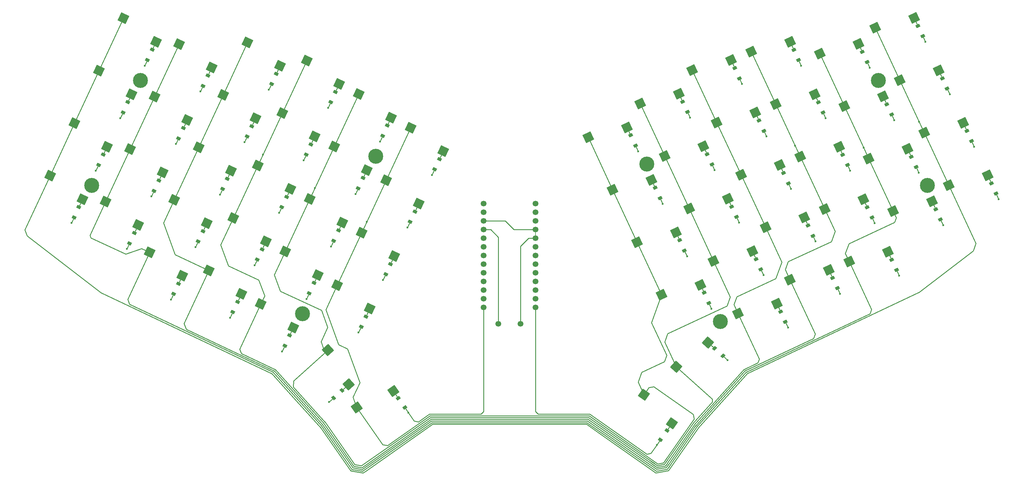
<source format=gbl>
%TF.GenerationSoftware,KiCad,Pcbnew,8.0.7*%
%TF.CreationDate,2024-12-23T04:42:48-05:00*%
%TF.ProjectId,choc,63686f63-2e6b-4696-9361-645f70636258,v1.0.0*%
%TF.SameCoordinates,Original*%
%TF.FileFunction,Copper,L2,Bot*%
%TF.FilePolarity,Positive*%
%FSLAX46Y46*%
G04 Gerber Fmt 4.6, Leading zero omitted, Abs format (unit mm)*
G04 Created by KiCad (PCBNEW 8.0.7) date 2024-12-23 04:42:48*
%MOMM*%
%LPD*%
G01*
G04 APERTURE LIST*
G04 Aperture macros list*
%AMRotRect*
0 Rectangle, with rotation*
0 The origin of the aperture is its center*
0 $1 length*
0 $2 width*
0 $3 Rotation angle, in degrees counterclockwise*
0 Add horizontal line*
21,1,$1,$2,0,0,$3*%
G04 Aperture macros list end*
%TA.AperFunction,Conductor*%
%ADD10C,0.200000*%
%TD*%
%TA.AperFunction,ComponentPad*%
%ADD11C,0.600000*%
%TD*%
%TA.AperFunction,ComponentPad*%
%ADD12C,0.700000*%
%TD*%
%TA.AperFunction,ComponentPad*%
%ADD13C,4.400000*%
%TD*%
%TA.AperFunction,ComponentPad*%
%ADD14C,1.700000*%
%TD*%
%TA.AperFunction,SMDPad,CuDef*%
%ADD15RotRect,2.600000X2.600000X25.000000*%
%TD*%
%TA.AperFunction,SMDPad,CuDef*%
%ADD16RotRect,0.900000X1.200000X115.000000*%
%TD*%
%TA.AperFunction,SMDPad,CuDef*%
%ADD17RotRect,0.900000X1.200000X65.000000*%
%TD*%
%TA.AperFunction,SMDPad,CuDef*%
%ADD18RotRect,2.600000X2.600000X335.000000*%
%TD*%
%TA.AperFunction,SMDPad,CuDef*%
%ADD19RotRect,0.900000X1.200000X138.000000*%
%TD*%
%TA.AperFunction,SMDPad,CuDef*%
%ADD20RotRect,0.900000X1.200000X55.000000*%
%TD*%
%TA.AperFunction,SMDPad,CuDef*%
%ADD21RotRect,0.900000X1.200000X42.000000*%
%TD*%
%TA.AperFunction,SMDPad,CuDef*%
%ADD22RotRect,2.600000X2.600000X325.000000*%
%TD*%
%TA.AperFunction,SMDPad,CuDef*%
%ADD23RotRect,2.600000X2.600000X48.000000*%
%TD*%
%TA.AperFunction,SMDPad,CuDef*%
%ADD24RotRect,0.900000X1.200000X125.000000*%
%TD*%
%TA.AperFunction,SMDPad,CuDef*%
%ADD25RotRect,2.600000X2.600000X35.000000*%
%TD*%
%TA.AperFunction,SMDPad,CuDef*%
%ADD26RotRect,2.600000X2.600000X312.000000*%
%TD*%
%TA.AperFunction,Conductor*%
%ADD27C,0.250000*%
%TD*%
G04 APERTURE END LIST*
D10*
X258982598Y-218492015D02*
X258572598Y-219132015D01*
X258642598Y-219012015D02*
X258982598Y-218492015D01*
D11*
X257262276Y-141947846D03*
X151848323Y-129196381D03*
X167993293Y-179756645D03*
X271631297Y-172762313D03*
D12*
X272694739Y-177231620D03*
X272639655Y-175969968D03*
X273625817Y-178084794D03*
X274887469Y-178029710D03*
D13*
X274190149Y-176534300D03*
D12*
X273492829Y-175038890D03*
X274754481Y-174983806D03*
X275740643Y-177098632D03*
X275685559Y-175836980D03*
D11*
X334392485Y-94395975D03*
X332588307Y-117856521D03*
X159332066Y-200174575D03*
X326699882Y-163082388D03*
X127293721Y-139262256D03*
X287776264Y-122202046D03*
X309329799Y-168423748D03*
X305146351Y-116860691D03*
X182626949Y-203291502D03*
X272519269Y-132074946D03*
D14*
X219932598Y-141892014D03*
X219932597Y-144432014D03*
X219932599Y-146972014D03*
X219932598Y-149512014D03*
X219932598Y-152052016D03*
X219932598Y-154592014D03*
X219932595Y-157132013D03*
X219932598Y-159672016D03*
X219932599Y-162212015D03*
X219932599Y-164752015D03*
X219932598Y-167292015D03*
X219932598Y-169832017D03*
X219932598Y-172372014D03*
X204692598Y-172372016D03*
X204692599Y-169832016D03*
X204692597Y-167292016D03*
X204692598Y-164752016D03*
X204692598Y-162212014D03*
X204692598Y-159672016D03*
X204692601Y-157132017D03*
X204692598Y-154592014D03*
X204692597Y-152052015D03*
X204692597Y-149512015D03*
X204692598Y-146972015D03*
X204692598Y-144432013D03*
X204692598Y-141892016D03*
D11*
X276367242Y-187875524D03*
X325263457Y-117410332D03*
D14*
X209062591Y-177227013D03*
X215562591Y-177227017D03*
D11*
X107176622Y-139811893D03*
X144663811Y-144603617D03*
X145551785Y-185290978D03*
X355946020Y-140617671D03*
D12*
X319142390Y-106472409D03*
X319087306Y-105210757D03*
X320073468Y-107325583D03*
X321335120Y-107270499D03*
D13*
X320637800Y-105775089D03*
D12*
X319940480Y-104279679D03*
X321202132Y-104224595D03*
X322188294Y-106339421D03*
X322133210Y-105077769D03*
D11*
X155158298Y-137360120D03*
X250077766Y-126540613D03*
X167105317Y-139069277D03*
X90863079Y-132204768D03*
X114361129Y-124404664D03*
D12*
X102491981Y-105077766D03*
X102436898Y-106339418D03*
X103423059Y-104224593D03*
X104684711Y-104279676D03*
D13*
X103987391Y-105775086D03*
D12*
X103290071Y-107270496D03*
X104551723Y-107325579D03*
X105537884Y-105210754D03*
X105482801Y-106472406D03*
D11*
X130294792Y-175418077D03*
X339632477Y-148224797D03*
X312330863Y-132267920D03*
X141662746Y-108447792D03*
X319515372Y-147675154D03*
X294960780Y-137609282D03*
X279703781Y-147482180D03*
D12*
X149996175Y-173571213D03*
X149941092Y-174832865D03*
X150927253Y-172718040D03*
X152188905Y-172773123D03*
D13*
X151491585Y-174268533D03*
D12*
X150794265Y-175763943D03*
X152055917Y-175819026D03*
X153042078Y-173704201D03*
X152986995Y-174965853D03*
D11*
X318078943Y-102003103D03*
D12*
X88122959Y-135892232D03*
X88067876Y-137153884D03*
X89054037Y-135039059D03*
X90315689Y-135094142D03*
D13*
X89618369Y-136589552D03*
D12*
X88921049Y-138084962D03*
X90182701Y-138140045D03*
X91168862Y-136025220D03*
X91113779Y-137286872D03*
D11*
X134478233Y-123855024D03*
X120109212Y-154669485D03*
D12*
X171549704Y-127349515D03*
X171494621Y-128611167D03*
X172480782Y-126496342D03*
X173742434Y-126551425D03*
D13*
X173045114Y-128046835D03*
D12*
X172347794Y-129542245D03*
X173609446Y-129597328D03*
X174595607Y-127482503D03*
X174540524Y-128744155D03*
D11*
X98047588Y-116797535D03*
X280591753Y-106794816D03*
X255555207Y-212784189D03*
X99992106Y-155219129D03*
X294072802Y-178296643D03*
X105232097Y-101390308D03*
X316274760Y-125463652D03*
X297961840Y-101453457D03*
X189546819Y-133534949D03*
X137479302Y-160010850D03*
X341576997Y-109803206D03*
X152736291Y-169883749D03*
D12*
X251141208Y-131009920D03*
X251086124Y-129748268D03*
X252072286Y-131863094D03*
X253333938Y-131808010D03*
D13*
X252636618Y-130312600D03*
D12*
X251939298Y-128817190D03*
X253200950Y-128762106D03*
X254187112Y-130876932D03*
X254132028Y-129615280D03*
D11*
X332447966Y-132817567D03*
X121545642Y-108997430D03*
X296157662Y-124914013D03*
X302145291Y-153016515D03*
X159920804Y-154476514D03*
X348761504Y-125210436D03*
X182362310Y-148942182D03*
X286888290Y-162889410D03*
X264446790Y-157355081D03*
X139901301Y-127487220D03*
X265334762Y-116667713D03*
D12*
X333511411Y-137286872D03*
X333456327Y-136025220D03*
X334442489Y-138140046D03*
X335704141Y-138084962D03*
D13*
X335006821Y-136589552D03*
D12*
X334309501Y-135094142D03*
X335571153Y-135039058D03*
X336557315Y-137153884D03*
X336502231Y-135892232D03*
D11*
X83678565Y-147612006D03*
X159032828Y-113789150D03*
X112924701Y-170076719D03*
X174289826Y-123662046D03*
X170415290Y-147233013D03*
X175177801Y-164349411D03*
D15*
X257846357Y-127938426D03*
X269243974Y-125051062D03*
D16*
X293290956Y-176619976D03*
X291896316Y-173629156D03*
X347979662Y-123533766D03*
X346585022Y-120542946D03*
X286106447Y-161212747D03*
X284711807Y-158221927D03*
D15*
X324959566Y-144088273D03*
X336357183Y-141200909D03*
X283288931Y-97316940D03*
X294686548Y-94429576D03*
D17*
X138261142Y-158334178D03*
X139655782Y-155343358D03*
D15*
X265030873Y-143345659D03*
X276428490Y-140458295D03*
X242589365Y-137811325D03*
X253986982Y-134923961D03*
D18*
X168914991Y-150450408D03*
X178453086Y-157325526D03*
D16*
X286994421Y-120525385D03*
X285599781Y-117534565D03*
X308547950Y-166747080D03*
X307153310Y-163756260D03*
D15*
X265918848Y-102658298D03*
X277316465Y-99770934D03*
D17*
X146333625Y-183614312D03*
X147728265Y-180623492D03*
D18*
X106661901Y-156177717D03*
X116199996Y-163052835D03*
D15*
X312026975Y-158945869D03*
X323424592Y-156058505D03*
D18*
X152770025Y-99890148D03*
X162308120Y-106765266D03*
X183284016Y-119635949D03*
X192822111Y-126511067D03*
D16*
X355164175Y-138940999D03*
X353769535Y-135950179D03*
X338850635Y-146548130D03*
X337455995Y-143557310D03*
D15*
X297657954Y-128131400D03*
X309055571Y-125244036D03*
D18*
X84600271Y-118305768D03*
X94138366Y-125180886D03*
X121030923Y-125363249D03*
X130569018Y-132238367D03*
D15*
X280287863Y-133472765D03*
X291685480Y-130585401D03*
D17*
X153518143Y-168207080D03*
X154912783Y-165216260D03*
D15*
X250661850Y-112531197D03*
X262059467Y-109643833D03*
D18*
X138401001Y-130704615D03*
X147939096Y-137579733D03*
D17*
X107958464Y-138135230D03*
X109353104Y-135144410D03*
D18*
X124031986Y-161519078D03*
X133570081Y-168394196D03*
X93729303Y-141320127D03*
X103267398Y-148195245D03*
D17*
X142444587Y-106771126D03*
X143839227Y-103780306D03*
X128075564Y-137585591D03*
X129470204Y-134594771D03*
D18*
X128215433Y-109956019D03*
X137753528Y-116831137D03*
X77415766Y-133712995D03*
X86953861Y-140588113D03*
D16*
X297179992Y-99776789D03*
X295785352Y-96785969D03*
D17*
X145445652Y-142926950D03*
X146840292Y-139936130D03*
X167887160Y-137392610D03*
X169281800Y-134401790D03*
X168775133Y-178079974D03*
X170169773Y-175089154D03*
X190328665Y-131858280D03*
X191723305Y-128867460D03*
D18*
X139288983Y-171391978D03*
X148827078Y-178267096D03*
D16*
X279809910Y-105118152D03*
X278415270Y-102127332D03*
D18*
X153657999Y-140577512D03*
X163196094Y-147452630D03*
X91784788Y-102898534D03*
X101322883Y-109773652D03*
X146473492Y-155984749D03*
X156011587Y-162859867D03*
D16*
X340795151Y-108126541D03*
X339400511Y-105135721D03*
X249295924Y-124863948D03*
X247901284Y-121873128D03*
X333610642Y-92719305D03*
X332216002Y-89728485D03*
D19*
X274992429Y-186637637D03*
X272540049Y-184429505D03*
D15*
X256958386Y-168625790D03*
X268356003Y-165738426D03*
X341273106Y-136481153D03*
X352670723Y-133593789D03*
X319719580Y-90259452D03*
X331117197Y-87372088D03*
D18*
X160842511Y-125170276D03*
X170380606Y-132045394D03*
D16*
X271737429Y-130398279D03*
X270342789Y-127407459D03*
X331666121Y-131140898D03*
X330271481Y-128150078D03*
D15*
X326904086Y-105666688D03*
X338301703Y-102779324D03*
X279399899Y-174160124D03*
X290797516Y-171272760D03*
X317775062Y-128681045D03*
X329172679Y-125793681D03*
D20*
X256616324Y-211268761D03*
X258509126Y-208565561D03*
D18*
X100913817Y-125912895D03*
X110451912Y-132788013D03*
D17*
X115142979Y-122727999D03*
X116537619Y-119737179D03*
X98829435Y-115120868D03*
X100224075Y-112130048D03*
D16*
X256480429Y-140271180D03*
X255085789Y-137280360D03*
D21*
X160706879Y-198936684D03*
X163159261Y-196728552D03*
D15*
X303406037Y-97866578D03*
X314803654Y-94979214D03*
D16*
X311549015Y-130591255D03*
X310154375Y-127600435D03*
X318733530Y-145998490D03*
X317338890Y-143007670D03*
D17*
X175071672Y-121985379D03*
X176466312Y-118994559D03*
D22*
X251801091Y-198008821D03*
X260000426Y-206435763D03*
D15*
X249773880Y-153218560D03*
X261171497Y-150331196D03*
D17*
X135260077Y-122178356D03*
X136654717Y-119187536D03*
D16*
X278921939Y-145805511D03*
X277527299Y-142814691D03*
D17*
X159814675Y-112112481D03*
X161209315Y-109121661D03*
X152630160Y-127519714D03*
X154024800Y-124528894D03*
X120891051Y-152992826D03*
X122285691Y-150002006D03*
D15*
X235404854Y-122404094D03*
X246802471Y-119516730D03*
D18*
X98969294Y-87491300D03*
X108507389Y-94366418D03*
D17*
X122327484Y-107320765D03*
X123722124Y-104329945D03*
D15*
X294656889Y-164287226D03*
X306054506Y-161399862D03*
D17*
X113706546Y-168400054D03*
X115101186Y-165409234D03*
D16*
X317297103Y-100326431D03*
X315902463Y-97335611D03*
D18*
X108098324Y-110505662D03*
X117636419Y-117380780D03*
D15*
X290473447Y-112724175D03*
X301871064Y-109836811D03*
D16*
X324481613Y-115733668D03*
X323086973Y-112742848D03*
D18*
X168027018Y-109763044D03*
X177565113Y-116638162D03*
D15*
X287472380Y-148879994D03*
X298869997Y-145992630D03*
D18*
X131216499Y-146111843D03*
X140754594Y-152986961D03*
D15*
X334088600Y-121073914D03*
X345486217Y-118186550D03*
D16*
X270849452Y-171085646D03*
X269454812Y-168094826D03*
D23*
X261244492Y-189801000D03*
X270607873Y-182689764D03*
D15*
X304842464Y-143538638D03*
X316240081Y-140651274D03*
D16*
X301363440Y-151339850D03*
X299968800Y-148349030D03*
D17*
X160702649Y-152799847D03*
X162097289Y-149809027D03*
X131076633Y-173741411D03*
X132471273Y-170750591D03*
D24*
X181565836Y-201776072D03*
X179673030Y-199072870D03*
D17*
X175959643Y-162672742D03*
X177354283Y-159681922D03*
D16*
X264552916Y-114991048D03*
X263158276Y-112000228D03*
D18*
X135399942Y-94548788D03*
X144938037Y-101423906D03*
D16*
X304364507Y-115184027D03*
X302969867Y-112193207D03*
D25*
X167458660Y-201765751D03*
X178181732Y-196943077D03*
D16*
X263664946Y-155678411D03*
X262270306Y-152687591D03*
X294178931Y-135932618D03*
X292784291Y-132941798D03*
D18*
X115282837Y-95098429D03*
X124820932Y-101973547D03*
D17*
X91644921Y-130528101D03*
X93039561Y-127537281D03*
D15*
X272215383Y-158752890D03*
X283613000Y-155865526D03*
D16*
X325918036Y-161405721D03*
X324523396Y-158414901D03*
D17*
X100773954Y-153542463D03*
X102168594Y-150551643D03*
X183144151Y-147265507D03*
X184538791Y-144274687D03*
D18*
X145585520Y-115297383D03*
X155123615Y-122172501D03*
D17*
X106013945Y-99713641D03*
X107408585Y-96722821D03*
D15*
X273103358Y-118065529D03*
X284500975Y-115178165D03*
D18*
X176099502Y-135043174D03*
X185637597Y-141918292D03*
X113846412Y-140770485D03*
X123384507Y-147645603D03*
D15*
X310590545Y-113273812D03*
X321988162Y-110386448D03*
D18*
X161730480Y-165857641D03*
X171268575Y-172732759D03*
D17*
X84460412Y-145935336D03*
X85855052Y-142944516D03*
D26*
X158997894Y-184933403D03*
X165091437Y-194988811D03*
D27*
X267846419Y-207613375D02*
X267845876Y-207613409D01*
X142580844Y-191844360D02*
X142581213Y-191845393D01*
X281980263Y-191916160D02*
X267846419Y-207613375D01*
X255261522Y-220971374D02*
X258947634Y-220321409D01*
X92510814Y-168149287D02*
X142580844Y-191844360D01*
X238473968Y-209216604D02*
X234889350Y-206706631D01*
X282045332Y-191843895D02*
X281980263Y-191916160D01*
X84600273Y-118305766D02*
X77415768Y-133712993D01*
X189735821Y-206706631D02*
X234884390Y-206706632D01*
X170235914Y-220360626D02*
X189735818Y-206706643D01*
X149360915Y-199364522D02*
X156750109Y-207571051D01*
X77415768Y-133712993D02*
X77415768Y-133712995D01*
X165724236Y-220387224D02*
X165581042Y-220182937D01*
X91784788Y-102898533D02*
X84600279Y-118305764D01*
X92344348Y-168070514D02*
X92510814Y-168149287D01*
X254381901Y-220355464D02*
X255261522Y-220971374D01*
X77415767Y-133712998D02*
X70001704Y-149612515D01*
X341273105Y-136481153D02*
X349239856Y-153565908D01*
X91784789Y-102898530D02*
X91784788Y-102898533D01*
X70001704Y-149612515D02*
X70656471Y-151411485D01*
X156750109Y-207571051D02*
X156836789Y-207694851D01*
X149350998Y-199364002D02*
X149360915Y-199364522D01*
X332588297Y-117856518D02*
X332588307Y-117856521D01*
X189735818Y-206706643D02*
X189735821Y-206706631D01*
X349239856Y-153565908D02*
X348435102Y-155776952D01*
X165724236Y-220387224D02*
X169297984Y-221017369D01*
X319719580Y-90259453D02*
X326904089Y-105666681D01*
X84600279Y-118305764D02*
X84600273Y-118305766D01*
X92344348Y-168070514D02*
X70656471Y-151411485D01*
X253808498Y-219953956D02*
X254381901Y-220355464D01*
X142581213Y-191845393D02*
X149350998Y-199364002D01*
X334088600Y-121073914D02*
X332588306Y-117856522D01*
X258947634Y-220321409D02*
X259991770Y-218830239D01*
X332588306Y-117856522D02*
X332588307Y-117856521D01*
X234889350Y-206706631D02*
X234885387Y-206707329D01*
X326904089Y-105666681D02*
X326904086Y-105666688D01*
X332670664Y-167886034D02*
X282045332Y-191843895D01*
X170235914Y-220360626D02*
X169297984Y-221017369D01*
X334088600Y-121073914D02*
X341273109Y-136481143D01*
X332670664Y-167886034D02*
X348435102Y-155776952D01*
X238473968Y-209216604D02*
X253808498Y-219953956D01*
X259991770Y-218830239D02*
X267845876Y-207613409D01*
X156836789Y-207694851D02*
X165581042Y-220182937D01*
X234885387Y-206707329D02*
X234884390Y-206706632D01*
X326904086Y-105666688D02*
X332588297Y-117856518D01*
X341273109Y-136481143D02*
X341273106Y-136481153D01*
X98969297Y-87491300D02*
X91784789Y-102898530D01*
X86953861Y-140588112D02*
X85855051Y-142944512D01*
X85855051Y-142944512D02*
X85855051Y-142944513D01*
X213630007Y-149512014D02*
X219932598Y-149512014D01*
X204692598Y-146972015D02*
X211090007Y-146972015D01*
X211090007Y-146972015D02*
X213630007Y-149512014D01*
X215562592Y-154397714D02*
X217908290Y-152052016D01*
X215562593Y-177227016D02*
X215562592Y-154397714D01*
X217908290Y-152052016D02*
X219932599Y-152052016D01*
D10*
X219932598Y-152052016D02*
X219932598Y-149512014D01*
D27*
X94138366Y-125180884D02*
X93039564Y-127537281D01*
X100224073Y-112130048D02*
X100224075Y-112130048D01*
X101322883Y-109773647D02*
X100224073Y-112130048D01*
X108507391Y-94366414D02*
X107408584Y-96722820D01*
X253702088Y-219269065D02*
X255378656Y-220443007D01*
X258656854Y-219864970D02*
X259530568Y-218617173D01*
X316274768Y-125463654D02*
X316274760Y-125463652D01*
X303406037Y-97866578D02*
X310590546Y-113273809D01*
X318583072Y-173005472D02*
X318145921Y-174206535D01*
X312026972Y-158945869D02*
X318583072Y-173005472D01*
X318145921Y-174206535D02*
X281740838Y-191434828D01*
X310910856Y-156552346D02*
X311971587Y-153638011D01*
X325859340Y-146017843D02*
X324959566Y-144088273D01*
X281737276Y-191438787D02*
X267469852Y-207284368D01*
X310590545Y-113273813D02*
X316274760Y-125463652D01*
X104281685Y-155067802D02*
X99650831Y-156753291D01*
X106661903Y-156177719D02*
X100197120Y-170041488D01*
X281737282Y-191438777D02*
X281737276Y-191438787D01*
X166014850Y-219930752D02*
X169180848Y-220489001D01*
X89418618Y-151981934D02*
X89128856Y-151185820D01*
X238930336Y-208925400D02*
X235047532Y-206206628D01*
X108098323Y-110505663D02*
X100913815Y-125912892D01*
X108098326Y-110505662D02*
X108098323Y-110505663D01*
X100197120Y-170041488D02*
X100721295Y-171481645D01*
X239891193Y-209598570D02*
X238930414Y-208925821D01*
X267469852Y-207284368D02*
X267465740Y-207284586D01*
X255378656Y-220443007D02*
X258656854Y-219864970D01*
X89128856Y-151185820D02*
X93729305Y-141320127D01*
X189578528Y-206206391D02*
X189579861Y-206206633D01*
X311971587Y-153638011D02*
X325357753Y-147395939D01*
X100913816Y-125912895D02*
X93729305Y-141320127D01*
X142955274Y-191468396D02*
X142956214Y-191471006D01*
X189579861Y-206206633D02*
X235047532Y-206206628D01*
X169180848Y-220489001D02*
X189578528Y-206206391D01*
X157037787Y-207110183D02*
X166014850Y-219930752D01*
X259030803Y-219330916D02*
X259507624Y-218649937D01*
X238930414Y-208925821D02*
X238930336Y-208925400D01*
X100913815Y-125912892D02*
X100913816Y-125912895D01*
X115282838Y-95098432D02*
X108098326Y-110505662D01*
X324959569Y-144088267D02*
X324959566Y-144088273D01*
X317775062Y-128681045D02*
X324959569Y-144088267D01*
X100721295Y-171481645D02*
X142955274Y-191468396D01*
X142956214Y-191471006D02*
X157037787Y-207110183D01*
X312026975Y-158945869D02*
X310910856Y-156552346D01*
X106661900Y-156177719D02*
X104281685Y-155067802D01*
X99650831Y-156753291D02*
X89418618Y-151981934D01*
X325357753Y-147395939D02*
X325859340Y-146017843D01*
X281740838Y-191434828D02*
X281737282Y-191438777D01*
X310590546Y-113273809D02*
X310590545Y-113273813D01*
X317775062Y-128681045D02*
X316274768Y-125463654D01*
X267465740Y-207284586D02*
X259060238Y-219288883D01*
X253702088Y-219269065D02*
X239891193Y-209598570D01*
X102168591Y-150551641D02*
X102168594Y-150551644D01*
X103267399Y-148195245D02*
X102168591Y-150551641D01*
X110451909Y-132788011D02*
X109353103Y-135144409D01*
X117636420Y-117380779D02*
X116537613Y-119737173D01*
X116537613Y-119737173D02*
X116537620Y-119737180D01*
X124820929Y-101973546D02*
X123722122Y-104329946D01*
X116199995Y-163052832D02*
X115101190Y-165409231D01*
X115101190Y-165409231D02*
X115101182Y-165409233D01*
X128215432Y-109956018D02*
X121030925Y-125363249D01*
X110691317Y-147536610D02*
X113846411Y-140770486D01*
X143289839Y-191073563D02*
X143292316Y-191080489D01*
X267073694Y-206972755D02*
X266796653Y-207368409D01*
X255506340Y-219912780D02*
X258366070Y-219408534D01*
X166067759Y-219134661D02*
X166305123Y-219473658D01*
X168489850Y-219858887D02*
X169064356Y-219960191D01*
X128215431Y-109956018D02*
X128215432Y-109956018D01*
X304842465Y-143538636D02*
X304842465Y-143538638D01*
X113846415Y-140770484D02*
X113846411Y-140770486D01*
X302050990Y-180143922D02*
X301555795Y-181504466D01*
X283288930Y-97316941D02*
X290473443Y-112724173D01*
X121030925Y-125363249D02*
X121030924Y-125363251D01*
X293263905Y-161269202D02*
X293327297Y-161405149D01*
X169375633Y-219742227D02*
X189416181Y-205709682D01*
X306780544Y-153035379D02*
X294110361Y-158943582D01*
X135399941Y-94548786D02*
X128215431Y-109956018D01*
X114093788Y-156884822D02*
X110691317Y-147536610D01*
X297657954Y-128131401D02*
X296157662Y-124914013D01*
X169064356Y-219960191D02*
X169375633Y-219742227D01*
X253600033Y-218577968D02*
X235217851Y-205706626D01*
X293327297Y-161405149D02*
X293321010Y-161422424D01*
X253600033Y-218577968D02*
X255506340Y-219912780D01*
X307872231Y-150035994D02*
X306780544Y-153035379D01*
X121030924Y-125363251D02*
X113846415Y-140770484D01*
X117383739Y-178813793D02*
X143289839Y-191073563D01*
X294656890Y-164287224D02*
X302050990Y-180143922D01*
X157377449Y-206723612D02*
X143292316Y-191080489D01*
X189416181Y-205709682D02*
X189420543Y-205706630D01*
X266796651Y-207368409D02*
X259046427Y-218436875D01*
X259046427Y-218436875D02*
X258740013Y-218874475D01*
X294110361Y-158943582D02*
X293263905Y-161269202D01*
X157377449Y-206723612D02*
X166067759Y-219134661D01*
X124031984Y-161519080D02*
X116762824Y-177107847D01*
X266796653Y-207368409D02*
X266796651Y-207368409D01*
X290473443Y-112724173D02*
X290473446Y-112724175D01*
X272271287Y-201200240D02*
X267073694Y-206972755D01*
X297657954Y-128131401D02*
X304842465Y-143538636D01*
X304842465Y-143538638D02*
X307872231Y-150035994D01*
X189420543Y-205706630D02*
X235217851Y-205706626D01*
X124031984Y-161519080D02*
X114093788Y-156884822D01*
X116762824Y-177107847D02*
X117383739Y-178813793D01*
X290473446Y-112724175D02*
X296157662Y-124914013D01*
X301555795Y-181504466D02*
X281436346Y-191025763D01*
X293321010Y-161422424D02*
X294656889Y-164287226D01*
X281436346Y-191025763D02*
X272275400Y-201200023D01*
X272275400Y-201200023D02*
X272271287Y-201200240D01*
X258366070Y-219408534D02*
X259216840Y-218193502D01*
X166305123Y-219473658D02*
X168489850Y-219858887D01*
X122285698Y-150002003D02*
X122285693Y-150002006D01*
X123384506Y-147645601D02*
X122285698Y-150002003D01*
X129470210Y-134594770D02*
X129470205Y-134594771D01*
X130569017Y-132238367D02*
X129470210Y-134594770D01*
X136654719Y-119187536D02*
X136654717Y-119187537D01*
X137753524Y-116831136D02*
X136654719Y-119187536D01*
X144938036Y-101423905D02*
X143839228Y-103780307D01*
X133570080Y-168394196D02*
X132471274Y-170750594D01*
X139288984Y-171391979D02*
X140402331Y-169004394D01*
X143605219Y-190669647D02*
X143645173Y-190714022D01*
X189253579Y-205206631D02*
X235373815Y-205206631D01*
X235375162Y-205206395D02*
X235373815Y-205206631D01*
X266722788Y-206602170D02*
X258923642Y-217740517D01*
X255615638Y-219378931D02*
X258080771Y-218944253D01*
X166594254Y-219014847D02*
X168949589Y-219430159D01*
X279043545Y-169224319D02*
X290490212Y-163886650D01*
X258255417Y-218694834D02*
X259067036Y-217535727D01*
X254599481Y-218667409D02*
X253469051Y-217875869D01*
X145585518Y-115297384D02*
X139901306Y-127487220D01*
X265918848Y-102658298D02*
X273103357Y-118065528D01*
X258080771Y-218944253D02*
X258255417Y-218694834D01*
X138401004Y-130704618D02*
X131216499Y-146111842D01*
X140402331Y-169004394D02*
X138704125Y-164338614D01*
X253469051Y-217875869D02*
X235375162Y-205206395D01*
X127524678Y-154028982D02*
X131216500Y-146111844D01*
X258923642Y-217740517D02*
X258449235Y-218418040D01*
X138401004Y-130704618D02*
X138487394Y-130519354D01*
X138487394Y-130519352D02*
X139901301Y-127487220D01*
X138704125Y-164338614D02*
X129758869Y-160167372D01*
X273103356Y-118065530D02*
X280287865Y-133472758D01*
X131216499Y-146111842D02*
X131216500Y-146111844D01*
X168949589Y-219430159D02*
X189252267Y-205214068D01*
X273103357Y-118065528D02*
X273103356Y-118065530D01*
X139901306Y-127487220D02*
X139901301Y-127487220D01*
X255089415Y-219010466D02*
X254599481Y-218667409D01*
X285245876Y-188669783D02*
X281104535Y-190629626D01*
X145585516Y-115297381D02*
X145585518Y-115297384D01*
X287472371Y-148879991D02*
X287472380Y-148879994D01*
X139288981Y-171391979D02*
X133114219Y-184633804D01*
X253469051Y-217875869D02*
X255615638Y-219378931D01*
X129758869Y-160167372D02*
X127524678Y-154028982D01*
X258255417Y-218694834D02*
X258325748Y-218594389D01*
X278190802Y-171567209D02*
X279043545Y-169224319D01*
X290490212Y-163886650D02*
X292234881Y-159093211D01*
X279399899Y-174160125D02*
X278190802Y-171567209D01*
X133114219Y-184633804D02*
X133585189Y-185927780D01*
X285649172Y-187561736D02*
X285245876Y-188669783D01*
X280287865Y-133472758D02*
X280287863Y-133472765D01*
X152770028Y-99890148D02*
X145585516Y-115297381D01*
X157734477Y-206361779D02*
X166594254Y-219014847D01*
X157734477Y-206361779D02*
X143645173Y-190714022D01*
X279399898Y-174160122D02*
X285649172Y-187561736D01*
X281104535Y-190629626D02*
X266722788Y-206602170D01*
X138487394Y-130519354D02*
X138487394Y-130519352D01*
X280287863Y-133472765D02*
X287472371Y-148879991D01*
X292234881Y-159093211D02*
X287472380Y-148879994D01*
X133585189Y-185927780D02*
X143605219Y-190669647D01*
X258325748Y-218594389D02*
X258518059Y-218319740D01*
X140754592Y-152986962D02*
X139655789Y-155343357D01*
X139655789Y-155343357D02*
X139655783Y-155343357D01*
X147939096Y-137579733D02*
X146840290Y-139936129D01*
X155123616Y-122172501D02*
X154024809Y-124528889D01*
X154024809Y-124528889D02*
X154024800Y-124528892D01*
X161209316Y-109121661D02*
X161209315Y-109121661D01*
X162308123Y-106765267D02*
X161209316Y-109121661D01*
X147728271Y-180623491D02*
X147728266Y-180623494D01*
X148827076Y-178267094D02*
X147728271Y-180623491D01*
X254717861Y-218132214D02*
X253759453Y-217461130D01*
X257797380Y-218477254D02*
X258632857Y-217284069D01*
X145016960Y-167624383D02*
X157116171Y-173266337D01*
X277134255Y-169301445D02*
X276163489Y-171968600D01*
X271815200Y-199318909D02*
X271858800Y-200150819D01*
X168027021Y-109763046D02*
X160842509Y-125170274D01*
X250661850Y-112531197D02*
X257846359Y-127938425D01*
X254717861Y-218132214D02*
X255215332Y-218480551D01*
X261244490Y-189801000D02*
X271815200Y-199318909D01*
X253759453Y-217461130D02*
X253761001Y-217469908D01*
X166885036Y-218558408D02*
X168820619Y-218899703D01*
X168820619Y-218899703D02*
X189090433Y-204706627D01*
X258744253Y-180091325D02*
X257855474Y-182533226D01*
X158930008Y-178249811D02*
X156947929Y-182500397D01*
X158997898Y-184933405D02*
X148935960Y-193993209D01*
X156947929Y-182500397D02*
X157002305Y-182525753D01*
X158097281Y-206008192D02*
X166885036Y-218558408D01*
X157002305Y-182525753D02*
X157649821Y-184304788D01*
X265030873Y-143345658D02*
X272215383Y-158752890D01*
X153658001Y-140577510D02*
X146473489Y-155984743D01*
X143276134Y-162841501D02*
X145016960Y-167624383D01*
X265030867Y-143345656D02*
X265030873Y-143345658D01*
X253759453Y-217461130D02*
X235544131Y-204706628D01*
X158097281Y-206008192D02*
X158088509Y-206007733D01*
X160842509Y-125170274D02*
X160842511Y-125170275D01*
X157649821Y-184304788D02*
X158997897Y-184933406D01*
X160842511Y-125170275D02*
X155158298Y-137360120D01*
X158088509Y-206007733D02*
X148844359Y-195741066D01*
X257846359Y-127938425D02*
X257846358Y-127938426D01*
X189090433Y-204706627D02*
X235544131Y-204706628D01*
X271858800Y-200150819D02*
X266376269Y-206239787D01*
X257846358Y-127938426D02*
X265030867Y-143345656D01*
X276163489Y-171968600D02*
X258744253Y-180091325D01*
X253761001Y-217469908D02*
X255722211Y-218843165D01*
X153658001Y-140577510D02*
X155158298Y-137360120D01*
X266365763Y-206240340D02*
X258158444Y-217961599D01*
X146473489Y-155984743D02*
X146473490Y-155984748D01*
X157116171Y-173266337D02*
X158930008Y-178249811D01*
X148935960Y-193993209D02*
X148844359Y-195741066D01*
X266376269Y-206239787D02*
X266365763Y-206240340D01*
X272215383Y-158752890D02*
X277134255Y-169301445D01*
X257855474Y-182533226D02*
X261244492Y-189801000D01*
X146473490Y-155984748D02*
X143276134Y-162841501D01*
X255722211Y-218843165D02*
X257797380Y-218477254D01*
X156011587Y-162859865D02*
X154912784Y-165216260D01*
X163196096Y-147452626D02*
X162097287Y-149809024D01*
X162097287Y-149809024D02*
X162097291Y-149809030D01*
X170380606Y-132045392D02*
X169281799Y-134401790D01*
X176466311Y-118994557D02*
X176466309Y-118994558D01*
X177565115Y-116638162D02*
X176466311Y-118994557D01*
X253971491Y-176832217D02*
X256958386Y-168625791D01*
X158372532Y-173058787D02*
X161730480Y-165857642D01*
X176099511Y-135043174D02*
X176099504Y-135043177D01*
X256958387Y-168625786D02*
X256958386Y-168625790D01*
X235404854Y-122404093D02*
X242589363Y-137811325D01*
X170415289Y-147233014D02*
X170415290Y-147233013D01*
X251801091Y-198008820D02*
X250062607Y-194280630D01*
X257508258Y-218018447D02*
X258374073Y-216781937D01*
X235701446Y-204206394D02*
X235700095Y-204206627D01*
X235701446Y-204206394D02*
X255845751Y-218311586D01*
X170415291Y-147233008D02*
X170415290Y-147233013D01*
X257758064Y-188312556D02*
X258444904Y-186425482D01*
X249773876Y-153218558D02*
X249773880Y-153218560D01*
X255845751Y-218311586D02*
X257508258Y-218018447D01*
X166721959Y-199741688D02*
X166361726Y-198751950D01*
X168914994Y-150450411D02*
X170415289Y-147233014D01*
X176472554Y-212931380D02*
X175108507Y-212690858D01*
X235700095Y-204206627D02*
X188941657Y-204206628D01*
X188932782Y-204206627D02*
X176472554Y-212931380D01*
X249773880Y-153218560D02*
X256958387Y-168625786D01*
X250062607Y-194280630D02*
X251105765Y-191414574D01*
X176099504Y-135043177D02*
X170415291Y-147233008D01*
X164765871Y-184546064D02*
X162101328Y-183303566D01*
X167458658Y-201765749D02*
X166721959Y-199741688D01*
X242589363Y-137811325D02*
X242589365Y-137811324D01*
X168914994Y-150450411D02*
X161730480Y-165857642D01*
X266530075Y-205133951D02*
X266295455Y-203803355D01*
X242589365Y-137811324D02*
X249773876Y-153218558D01*
X168369361Y-194446562D02*
X164765871Y-184546064D01*
X251105765Y-191414574D02*
X257758064Y-188312556D01*
X253252426Y-195936098D02*
X251801087Y-198008821D01*
X166361726Y-198751950D02*
X168369361Y-194446562D01*
X175108507Y-212690858D02*
X167458658Y-201765749D01*
X162101328Y-183303566D02*
X158372532Y-173058787D01*
X183284019Y-119635949D02*
X176099511Y-135043174D01*
X254696263Y-195681507D02*
X253252426Y-195936098D01*
X266295455Y-203803355D02*
X254696263Y-195681507D01*
X257867666Y-217505158D02*
X266530075Y-205133951D01*
X258444904Y-186425482D02*
X253971491Y-176832217D01*
X188941657Y-204206628D02*
X188932782Y-204206627D01*
X170169774Y-175089152D02*
X170169773Y-175089153D01*
X171268576Y-172732761D02*
X170169774Y-175089152D01*
X178453086Y-157325527D02*
X177354279Y-159681924D01*
X184538792Y-144274686D02*
X184538794Y-144274689D01*
X185637595Y-141918293D02*
X184538792Y-144274686D01*
X192822112Y-126511066D02*
X191723307Y-128867458D01*
X191723307Y-128867458D02*
X191723303Y-128867460D01*
X165091437Y-194988812D02*
X163159265Y-196728550D01*
X163159265Y-196728550D02*
X163159260Y-196728551D01*
X178181729Y-196943074D02*
X179673030Y-199072869D01*
X179673030Y-199072869D02*
X179673029Y-199072870D01*
X353769524Y-135950174D02*
X353769535Y-135950179D01*
X352670724Y-133593789D02*
X353769524Y-135950174D01*
X346585023Y-120542944D02*
X346585022Y-120542946D01*
X345486217Y-118186549D02*
X346585023Y-120542944D01*
X339400509Y-105135720D02*
X339400509Y-105135721D01*
X338301703Y-102779322D02*
X339400509Y-105135720D01*
X332216001Y-89728483D02*
X332216001Y-89728484D01*
X331117197Y-87372088D02*
X332216001Y-89728483D01*
X337455989Y-143557309D02*
X337455995Y-143557310D01*
X336357183Y-141200907D02*
X337455989Y-143557309D01*
X330271483Y-128150073D02*
X330271481Y-128150078D01*
X329172679Y-125793680D02*
X330271483Y-128150073D01*
X323086969Y-112742845D02*
X323086973Y-112742848D01*
X321988162Y-110386448D02*
X323086969Y-112742845D01*
X314803654Y-94979212D02*
X315902460Y-97335610D01*
X315902460Y-97335610D02*
X315902462Y-97335611D01*
X324523396Y-158414900D02*
X324523396Y-158414901D01*
X323424591Y-156058505D02*
X324523396Y-158414900D01*
X316240080Y-140651274D02*
X317338886Y-143007668D01*
X317338886Y-143007668D02*
X317338889Y-143007669D01*
X309055571Y-125244035D02*
X310154376Y-127600433D01*
X310154376Y-127600433D02*
X310154375Y-127600435D01*
X302969867Y-112193205D02*
X302969866Y-112193207D01*
X301871062Y-109836810D02*
X302969867Y-112193205D01*
X294686548Y-94429576D02*
X295785353Y-96785970D01*
X306054506Y-161399862D02*
X307153311Y-163756257D01*
X307153311Y-163756257D02*
X307153310Y-163756260D01*
X299968801Y-148349025D02*
X299968800Y-148349030D01*
X298869997Y-145992630D02*
X299968801Y-148349025D01*
X292784285Y-132941796D02*
X292784291Y-132941798D01*
X291685480Y-130585400D02*
X292784285Y-132941796D01*
X284500973Y-115178164D02*
X285599781Y-117534565D01*
X277316465Y-99770934D02*
X278415272Y-102127332D01*
X278415272Y-102127332D02*
X278415271Y-102127333D01*
X291896318Y-173629149D02*
X291896316Y-173629156D01*
X290797516Y-171272760D02*
X291896318Y-173629149D01*
X284711808Y-158221927D02*
X284711807Y-158221928D01*
X283613000Y-155865525D02*
X284711808Y-158221927D01*
X276428490Y-140458293D02*
X277527295Y-142814690D01*
X277527295Y-142814690D02*
X277527299Y-142814691D01*
X270342780Y-127407457D02*
X270342789Y-127407460D01*
X269243975Y-125051062D02*
X270342780Y-127407457D01*
X262059467Y-109643832D02*
X263158273Y-112000226D01*
X263158273Y-112000226D02*
X263158276Y-112000228D01*
X269454810Y-168094825D02*
X269454813Y-168094825D01*
X268356003Y-165738425D02*
X269454810Y-168094825D01*
X262270302Y-152687591D02*
X262270306Y-152687592D01*
X261171496Y-150331194D02*
X262270302Y-152687591D01*
X253986982Y-134923960D02*
X255085789Y-137280360D01*
X246802471Y-119516729D02*
X247901276Y-121873125D01*
X247901276Y-121873125D02*
X247901284Y-121873128D01*
X270607873Y-182689764D02*
X272540050Y-184429504D01*
X260000426Y-206435764D02*
X258509129Y-208565559D01*
X258509129Y-208565559D02*
X258509126Y-208565556D01*
X84460415Y-145935335D02*
X83678568Y-147612004D01*
X138261144Y-158334177D02*
X137479300Y-160010845D01*
X168775132Y-178079972D02*
X167993292Y-179756641D01*
X167993292Y-179756641D02*
X167993293Y-179756645D01*
X153518142Y-168207080D02*
X152736298Y-169883747D01*
X83678568Y-147612004D02*
X83678565Y-147612006D01*
X99992114Y-155219128D02*
X99992106Y-155219129D01*
X152736298Y-169883747D02*
X152736291Y-169883749D01*
X137479300Y-160010845D02*
X137479302Y-160010850D01*
X120891051Y-152992825D02*
X120109212Y-154669485D01*
X100773952Y-153542461D02*
X99992114Y-155219128D01*
X107958463Y-138135232D02*
X107176623Y-139811891D01*
X107176623Y-139811891D02*
X107176622Y-139811893D01*
X175959641Y-162672743D02*
X175177798Y-164349408D01*
X160702650Y-152799847D02*
X159920808Y-154476511D01*
X91644922Y-130528100D02*
X90863076Y-132204766D01*
X175177798Y-164349408D02*
X175177801Y-164349411D01*
X145445656Y-142926951D02*
X144663811Y-144603617D01*
X90863076Y-132204766D02*
X90863079Y-132204768D01*
X127293726Y-139262255D02*
X127293721Y-139262256D01*
X159920808Y-154476511D02*
X159920804Y-154476514D01*
X128075567Y-137585590D02*
X127293726Y-139262255D01*
X98829431Y-115120867D02*
X98047593Y-116797534D01*
X114361136Y-124404662D02*
X114361129Y-124404664D01*
X167105316Y-139069280D02*
X167105317Y-139069277D01*
X167887158Y-137392611D02*
X167105316Y-139069280D01*
X115142979Y-122727998D02*
X114361136Y-124404662D01*
X98047593Y-116797534D02*
X98047588Y-116797535D01*
X152630159Y-127519713D02*
X151848321Y-129196373D01*
X151848321Y-129196373D02*
X151848323Y-129196381D01*
X135260077Y-122178357D02*
X134478233Y-123855024D01*
X183144152Y-147265508D02*
X182362311Y-148942177D01*
X182362311Y-148942177D02*
X182362310Y-148942182D01*
X190328664Y-131858280D02*
X189546817Y-133534949D01*
X106013942Y-99713640D02*
X105232100Y-101390309D01*
X141662748Y-108447790D02*
X141662746Y-108447792D01*
X142444587Y-106771126D02*
X141662748Y-108447790D01*
X159814674Y-112112483D02*
X159032828Y-113789150D01*
X105232100Y-101390309D02*
X105232097Y-101390308D01*
X121545641Y-108997427D02*
X121545642Y-108997430D01*
X175071670Y-121985379D02*
X174289828Y-123662044D01*
X189546817Y-133534949D02*
X189546819Y-133534949D01*
X122327483Y-107320766D02*
X121545641Y-108997427D01*
X174289828Y-123662044D02*
X174289826Y-123662046D01*
X182626949Y-203291496D02*
X182626949Y-203291502D01*
X185569837Y-205951003D02*
X188775322Y-203706501D01*
X204692594Y-172372016D02*
X204692594Y-202921144D01*
X181565835Y-201776072D02*
X182626948Y-203291499D01*
X160706879Y-198936683D02*
X159332064Y-200174572D01*
X182626948Y-203291499D02*
X182626949Y-203291502D01*
X184336927Y-205733606D02*
X185569837Y-205951003D01*
X182626949Y-203291502D02*
X184336927Y-205733606D01*
X181565838Y-201776072D02*
X182626949Y-203291496D01*
X204692594Y-202921144D02*
X203907108Y-203706627D01*
X113706542Y-168400052D02*
X112924701Y-170076719D01*
X188775322Y-203706501D02*
X188776072Y-203706628D01*
X131076632Y-173741412D02*
X130294794Y-175418075D01*
X146333626Y-183614311D02*
X145551785Y-185290978D01*
X159332064Y-200174572D02*
X159332066Y-200174575D01*
X188776072Y-203706628D02*
X203907108Y-203706627D01*
X130294794Y-175418075D02*
X130294792Y-175418077D01*
X338850635Y-146548130D02*
X339632477Y-148224797D01*
X271631295Y-172762312D02*
X271631297Y-172762313D01*
X319515370Y-147675152D02*
X319515372Y-147675154D01*
X318733529Y-145998490D02*
X319515370Y-147675152D01*
X302145280Y-153016511D02*
X302145291Y-153016515D01*
X270849452Y-171085646D02*
X271631295Y-172762312D01*
X286106448Y-161212748D02*
X286888286Y-162889409D01*
X286888286Y-162889409D02*
X286888290Y-162889410D01*
X301363440Y-151339850D02*
X302145280Y-153016511D01*
X355164175Y-138940999D02*
X355946020Y-140617671D01*
X347979661Y-123533766D02*
X348761505Y-125210433D01*
X278921939Y-145805512D02*
X279703782Y-147482178D01*
X263664946Y-155678412D02*
X264446789Y-157355080D01*
X311549015Y-130591255D02*
X312330855Y-132267917D01*
X279703782Y-147482178D02*
X279703781Y-147482180D01*
X348761505Y-125210433D02*
X348761504Y-125210436D01*
X332447964Y-132817567D02*
X332447966Y-132817567D01*
X331666121Y-131140898D02*
X332447964Y-132817567D01*
X294960770Y-137609278D02*
X294960780Y-137609282D01*
X312330855Y-132267917D02*
X312330863Y-132267920D01*
X294178931Y-135932618D02*
X294960770Y-137609278D01*
X264446789Y-157355080D02*
X264446790Y-157355081D01*
X340795150Y-108126540D02*
X341576992Y-109803205D01*
X286994421Y-120525385D02*
X287776260Y-122202045D01*
X304364505Y-115184027D02*
X305146347Y-116860690D01*
X287776260Y-122202045D02*
X287776264Y-122202046D01*
X272519270Y-132074943D02*
X272519269Y-132074946D01*
X324481613Y-115733668D02*
X325263453Y-117410330D01*
X305146347Y-116860690D02*
X305146351Y-116860691D01*
X256480429Y-140271180D02*
X257262271Y-141947845D01*
X257262271Y-141947845D02*
X257262276Y-141947846D01*
X325263453Y-117410330D02*
X325263457Y-117410332D01*
X341576992Y-109803205D02*
X341576997Y-109803206D01*
X271737430Y-130398280D02*
X272519270Y-132074943D01*
X265334756Y-116667711D02*
X265334762Y-116667713D01*
X318078945Y-102003098D02*
X318078943Y-102003103D01*
X249295924Y-124863947D02*
X250077766Y-126540613D01*
X317297103Y-100326431D02*
X318078945Y-102003098D01*
X280591751Y-106794815D02*
X280591753Y-106794816D01*
X264552916Y-114991048D02*
X265334756Y-116667711D01*
X297179993Y-99776790D02*
X297961833Y-101453454D01*
X333610640Y-92719307D02*
X334392485Y-94395975D01*
X279809911Y-105118153D02*
X280591751Y-106794815D01*
X297961833Y-101453454D02*
X297961840Y-101453457D01*
X326699878Y-163082387D02*
X326699882Y-163082388D01*
X325918036Y-161405721D02*
X326699878Y-163082387D01*
X308547950Y-166747080D02*
X309329793Y-168423746D01*
X253829987Y-215248059D02*
X252641575Y-215457610D01*
X294072798Y-178296642D02*
X294072802Y-178296643D01*
X255555207Y-212784189D02*
X253829987Y-215248059D01*
X235862155Y-203706627D02*
X235868507Y-203712980D01*
X309329793Y-168423746D02*
X309329799Y-168423748D01*
X274992429Y-186637638D02*
X276367242Y-187875524D01*
X293290955Y-176619977D02*
X294072798Y-178296642D01*
X219932594Y-172372018D02*
X219932598Y-202912113D01*
X219932598Y-202912113D02*
X220727109Y-203706629D01*
X252641575Y-215457610D02*
X235868507Y-203712980D01*
X220727109Y-203706629D02*
X235862155Y-203706627D01*
X256616324Y-211268763D02*
X255555205Y-212784193D01*
X255555205Y-212784193D02*
X255555207Y-212784189D01*
X209062592Y-151792885D02*
X206781721Y-149512015D01*
X209062593Y-177227012D02*
X209062592Y-151792885D01*
X206781721Y-149512015D02*
X204692597Y-149512015D01*
M02*

</source>
